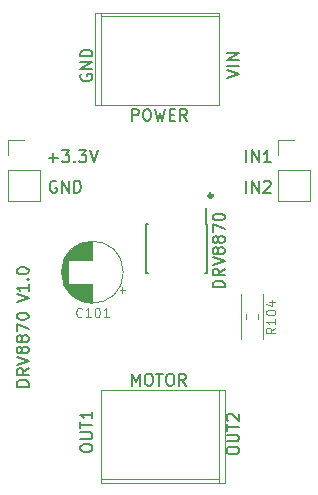
<source format=gbr>
%TF.GenerationSoftware,KiCad,Pcbnew,(7.0.0)*%
%TF.CreationDate,2023-05-21T11:31:51-07:00*%
%TF.ProjectId,DRV8870-breakout-board,44525638-3837-4302-9d62-7265616b6f75,rev?*%
%TF.SameCoordinates,Original*%
%TF.FileFunction,Legend,Top*%
%TF.FilePolarity,Positive*%
%FSLAX46Y46*%
G04 Gerber Fmt 4.6, Leading zero omitted, Abs format (unit mm)*
G04 Created by KiCad (PCBNEW (7.0.0)) date 2023-05-21 11:31:51*
%MOMM*%
%LPD*%
G01*
G04 APERTURE LIST*
%ADD10C,0.300000*%
%ADD11C,0.150000*%
%ADD12C,0.120000*%
%ADD13C,0.100000*%
G04 APERTURE END LIST*
D10*
X135050000Y-91300000D02*
G75*
G03*
X135050000Y-91300000I-150000J0D01*
G01*
D11*
X136082380Y-99061904D02*
X135082380Y-99061904D01*
X135082380Y-99061904D02*
X135082380Y-98823809D01*
X135082380Y-98823809D02*
X135130000Y-98680952D01*
X135130000Y-98680952D02*
X135225238Y-98585714D01*
X135225238Y-98585714D02*
X135320476Y-98538095D01*
X135320476Y-98538095D02*
X135510952Y-98490476D01*
X135510952Y-98490476D02*
X135653809Y-98490476D01*
X135653809Y-98490476D02*
X135844285Y-98538095D01*
X135844285Y-98538095D02*
X135939523Y-98585714D01*
X135939523Y-98585714D02*
X136034761Y-98680952D01*
X136034761Y-98680952D02*
X136082380Y-98823809D01*
X136082380Y-98823809D02*
X136082380Y-99061904D01*
X136082380Y-97490476D02*
X135606190Y-97823809D01*
X136082380Y-98061904D02*
X135082380Y-98061904D01*
X135082380Y-98061904D02*
X135082380Y-97680952D01*
X135082380Y-97680952D02*
X135130000Y-97585714D01*
X135130000Y-97585714D02*
X135177619Y-97538095D01*
X135177619Y-97538095D02*
X135272857Y-97490476D01*
X135272857Y-97490476D02*
X135415714Y-97490476D01*
X135415714Y-97490476D02*
X135510952Y-97538095D01*
X135510952Y-97538095D02*
X135558571Y-97585714D01*
X135558571Y-97585714D02*
X135606190Y-97680952D01*
X135606190Y-97680952D02*
X135606190Y-98061904D01*
X135082380Y-97204761D02*
X136082380Y-96871428D01*
X136082380Y-96871428D02*
X135082380Y-96538095D01*
X135510952Y-96061904D02*
X135463333Y-96157142D01*
X135463333Y-96157142D02*
X135415714Y-96204761D01*
X135415714Y-96204761D02*
X135320476Y-96252380D01*
X135320476Y-96252380D02*
X135272857Y-96252380D01*
X135272857Y-96252380D02*
X135177619Y-96204761D01*
X135177619Y-96204761D02*
X135130000Y-96157142D01*
X135130000Y-96157142D02*
X135082380Y-96061904D01*
X135082380Y-96061904D02*
X135082380Y-95871428D01*
X135082380Y-95871428D02*
X135130000Y-95776190D01*
X135130000Y-95776190D02*
X135177619Y-95728571D01*
X135177619Y-95728571D02*
X135272857Y-95680952D01*
X135272857Y-95680952D02*
X135320476Y-95680952D01*
X135320476Y-95680952D02*
X135415714Y-95728571D01*
X135415714Y-95728571D02*
X135463333Y-95776190D01*
X135463333Y-95776190D02*
X135510952Y-95871428D01*
X135510952Y-95871428D02*
X135510952Y-96061904D01*
X135510952Y-96061904D02*
X135558571Y-96157142D01*
X135558571Y-96157142D02*
X135606190Y-96204761D01*
X135606190Y-96204761D02*
X135701428Y-96252380D01*
X135701428Y-96252380D02*
X135891904Y-96252380D01*
X135891904Y-96252380D02*
X135987142Y-96204761D01*
X135987142Y-96204761D02*
X136034761Y-96157142D01*
X136034761Y-96157142D02*
X136082380Y-96061904D01*
X136082380Y-96061904D02*
X136082380Y-95871428D01*
X136082380Y-95871428D02*
X136034761Y-95776190D01*
X136034761Y-95776190D02*
X135987142Y-95728571D01*
X135987142Y-95728571D02*
X135891904Y-95680952D01*
X135891904Y-95680952D02*
X135701428Y-95680952D01*
X135701428Y-95680952D02*
X135606190Y-95728571D01*
X135606190Y-95728571D02*
X135558571Y-95776190D01*
X135558571Y-95776190D02*
X135510952Y-95871428D01*
X135510952Y-95109523D02*
X135463333Y-95204761D01*
X135463333Y-95204761D02*
X135415714Y-95252380D01*
X135415714Y-95252380D02*
X135320476Y-95299999D01*
X135320476Y-95299999D02*
X135272857Y-95299999D01*
X135272857Y-95299999D02*
X135177619Y-95252380D01*
X135177619Y-95252380D02*
X135130000Y-95204761D01*
X135130000Y-95204761D02*
X135082380Y-95109523D01*
X135082380Y-95109523D02*
X135082380Y-94919047D01*
X135082380Y-94919047D02*
X135130000Y-94823809D01*
X135130000Y-94823809D02*
X135177619Y-94776190D01*
X135177619Y-94776190D02*
X135272857Y-94728571D01*
X135272857Y-94728571D02*
X135320476Y-94728571D01*
X135320476Y-94728571D02*
X135415714Y-94776190D01*
X135415714Y-94776190D02*
X135463333Y-94823809D01*
X135463333Y-94823809D02*
X135510952Y-94919047D01*
X135510952Y-94919047D02*
X135510952Y-95109523D01*
X135510952Y-95109523D02*
X135558571Y-95204761D01*
X135558571Y-95204761D02*
X135606190Y-95252380D01*
X135606190Y-95252380D02*
X135701428Y-95299999D01*
X135701428Y-95299999D02*
X135891904Y-95299999D01*
X135891904Y-95299999D02*
X135987142Y-95252380D01*
X135987142Y-95252380D02*
X136034761Y-95204761D01*
X136034761Y-95204761D02*
X136082380Y-95109523D01*
X136082380Y-95109523D02*
X136082380Y-94919047D01*
X136082380Y-94919047D02*
X136034761Y-94823809D01*
X136034761Y-94823809D02*
X135987142Y-94776190D01*
X135987142Y-94776190D02*
X135891904Y-94728571D01*
X135891904Y-94728571D02*
X135701428Y-94728571D01*
X135701428Y-94728571D02*
X135606190Y-94776190D01*
X135606190Y-94776190D02*
X135558571Y-94823809D01*
X135558571Y-94823809D02*
X135510952Y-94919047D01*
X135082380Y-94395237D02*
X135082380Y-93728571D01*
X135082380Y-93728571D02*
X136082380Y-94157142D01*
X135082380Y-93157142D02*
X135082380Y-93061904D01*
X135082380Y-93061904D02*
X135130000Y-92966666D01*
X135130000Y-92966666D02*
X135177619Y-92919047D01*
X135177619Y-92919047D02*
X135272857Y-92871428D01*
X135272857Y-92871428D02*
X135463333Y-92823809D01*
X135463333Y-92823809D02*
X135701428Y-92823809D01*
X135701428Y-92823809D02*
X135891904Y-92871428D01*
X135891904Y-92871428D02*
X135987142Y-92919047D01*
X135987142Y-92919047D02*
X136034761Y-92966666D01*
X136034761Y-92966666D02*
X136082380Y-93061904D01*
X136082380Y-93061904D02*
X136082380Y-93157142D01*
X136082380Y-93157142D02*
X136034761Y-93252380D01*
X136034761Y-93252380D02*
X135987142Y-93299999D01*
X135987142Y-93299999D02*
X135891904Y-93347618D01*
X135891904Y-93347618D02*
X135701428Y-93395237D01*
X135701428Y-93395237D02*
X135463333Y-93395237D01*
X135463333Y-93395237D02*
X135272857Y-93347618D01*
X135272857Y-93347618D02*
X135177619Y-93299999D01*
X135177619Y-93299999D02*
X135130000Y-93252380D01*
X135130000Y-93252380D02*
X135082380Y-93157142D01*
X121831904Y-90090000D02*
X121736666Y-90042380D01*
X121736666Y-90042380D02*
X121593809Y-90042380D01*
X121593809Y-90042380D02*
X121450952Y-90090000D01*
X121450952Y-90090000D02*
X121355714Y-90185238D01*
X121355714Y-90185238D02*
X121308095Y-90280476D01*
X121308095Y-90280476D02*
X121260476Y-90470952D01*
X121260476Y-90470952D02*
X121260476Y-90613809D01*
X121260476Y-90613809D02*
X121308095Y-90804285D01*
X121308095Y-90804285D02*
X121355714Y-90899523D01*
X121355714Y-90899523D02*
X121450952Y-90994761D01*
X121450952Y-90994761D02*
X121593809Y-91042380D01*
X121593809Y-91042380D02*
X121689047Y-91042380D01*
X121689047Y-91042380D02*
X121831904Y-90994761D01*
X121831904Y-90994761D02*
X121879523Y-90947142D01*
X121879523Y-90947142D02*
X121879523Y-90613809D01*
X121879523Y-90613809D02*
X121689047Y-90613809D01*
X122308095Y-91042380D02*
X122308095Y-90042380D01*
X122308095Y-90042380D02*
X122879523Y-91042380D01*
X122879523Y-91042380D02*
X122879523Y-90042380D01*
X123355714Y-91042380D02*
X123355714Y-90042380D01*
X123355714Y-90042380D02*
X123593809Y-90042380D01*
X123593809Y-90042380D02*
X123736666Y-90090000D01*
X123736666Y-90090000D02*
X123831904Y-90185238D01*
X123831904Y-90185238D02*
X123879523Y-90280476D01*
X123879523Y-90280476D02*
X123927142Y-90470952D01*
X123927142Y-90470952D02*
X123927142Y-90613809D01*
X123927142Y-90613809D02*
X123879523Y-90804285D01*
X123879523Y-90804285D02*
X123831904Y-90899523D01*
X123831904Y-90899523D02*
X123736666Y-90994761D01*
X123736666Y-90994761D02*
X123593809Y-91042380D01*
X123593809Y-91042380D02*
X123355714Y-91042380D01*
X137938095Y-88462380D02*
X137938095Y-87462380D01*
X138414285Y-88462380D02*
X138414285Y-87462380D01*
X138414285Y-87462380D02*
X138985713Y-88462380D01*
X138985713Y-88462380D02*
X138985713Y-87462380D01*
X139985713Y-88462380D02*
X139414285Y-88462380D01*
X139699999Y-88462380D02*
X139699999Y-87462380D01*
X139699999Y-87462380D02*
X139604761Y-87605238D01*
X139604761Y-87605238D02*
X139509523Y-87700476D01*
X139509523Y-87700476D02*
X139414285Y-87748095D01*
X128238095Y-84982380D02*
X128238095Y-83982380D01*
X128238095Y-83982380D02*
X128619047Y-83982380D01*
X128619047Y-83982380D02*
X128714285Y-84030000D01*
X128714285Y-84030000D02*
X128761904Y-84077619D01*
X128761904Y-84077619D02*
X128809523Y-84172857D01*
X128809523Y-84172857D02*
X128809523Y-84315714D01*
X128809523Y-84315714D02*
X128761904Y-84410952D01*
X128761904Y-84410952D02*
X128714285Y-84458571D01*
X128714285Y-84458571D02*
X128619047Y-84506190D01*
X128619047Y-84506190D02*
X128238095Y-84506190D01*
X129428571Y-83982380D02*
X129619047Y-83982380D01*
X129619047Y-83982380D02*
X129714285Y-84030000D01*
X129714285Y-84030000D02*
X129809523Y-84125238D01*
X129809523Y-84125238D02*
X129857142Y-84315714D01*
X129857142Y-84315714D02*
X129857142Y-84649047D01*
X129857142Y-84649047D02*
X129809523Y-84839523D01*
X129809523Y-84839523D02*
X129714285Y-84934761D01*
X129714285Y-84934761D02*
X129619047Y-84982380D01*
X129619047Y-84982380D02*
X129428571Y-84982380D01*
X129428571Y-84982380D02*
X129333333Y-84934761D01*
X129333333Y-84934761D02*
X129238095Y-84839523D01*
X129238095Y-84839523D02*
X129190476Y-84649047D01*
X129190476Y-84649047D02*
X129190476Y-84315714D01*
X129190476Y-84315714D02*
X129238095Y-84125238D01*
X129238095Y-84125238D02*
X129333333Y-84030000D01*
X129333333Y-84030000D02*
X129428571Y-83982380D01*
X130190476Y-83982380D02*
X130428571Y-84982380D01*
X130428571Y-84982380D02*
X130619047Y-84268095D01*
X130619047Y-84268095D02*
X130809523Y-84982380D01*
X130809523Y-84982380D02*
X131047619Y-83982380D01*
X131428571Y-84458571D02*
X131761904Y-84458571D01*
X131904761Y-84982380D02*
X131428571Y-84982380D01*
X131428571Y-84982380D02*
X131428571Y-83982380D01*
X131428571Y-83982380D02*
X131904761Y-83982380D01*
X132904761Y-84982380D02*
X132571428Y-84506190D01*
X132333333Y-84982380D02*
X132333333Y-83982380D01*
X132333333Y-83982380D02*
X132714285Y-83982380D01*
X132714285Y-83982380D02*
X132809523Y-84030000D01*
X132809523Y-84030000D02*
X132857142Y-84077619D01*
X132857142Y-84077619D02*
X132904761Y-84172857D01*
X132904761Y-84172857D02*
X132904761Y-84315714D01*
X132904761Y-84315714D02*
X132857142Y-84410952D01*
X132857142Y-84410952D02*
X132809523Y-84458571D01*
X132809523Y-84458571D02*
X132714285Y-84506190D01*
X132714285Y-84506190D02*
X132333333Y-84506190D01*
X128238095Y-107382380D02*
X128238095Y-106382380D01*
X128238095Y-106382380D02*
X128571428Y-107096666D01*
X128571428Y-107096666D02*
X128904761Y-106382380D01*
X128904761Y-106382380D02*
X128904761Y-107382380D01*
X129571428Y-106382380D02*
X129761904Y-106382380D01*
X129761904Y-106382380D02*
X129857142Y-106430000D01*
X129857142Y-106430000D02*
X129952380Y-106525238D01*
X129952380Y-106525238D02*
X129999999Y-106715714D01*
X129999999Y-106715714D02*
X129999999Y-107049047D01*
X129999999Y-107049047D02*
X129952380Y-107239523D01*
X129952380Y-107239523D02*
X129857142Y-107334761D01*
X129857142Y-107334761D02*
X129761904Y-107382380D01*
X129761904Y-107382380D02*
X129571428Y-107382380D01*
X129571428Y-107382380D02*
X129476190Y-107334761D01*
X129476190Y-107334761D02*
X129380952Y-107239523D01*
X129380952Y-107239523D02*
X129333333Y-107049047D01*
X129333333Y-107049047D02*
X129333333Y-106715714D01*
X129333333Y-106715714D02*
X129380952Y-106525238D01*
X129380952Y-106525238D02*
X129476190Y-106430000D01*
X129476190Y-106430000D02*
X129571428Y-106382380D01*
X130285714Y-106382380D02*
X130857142Y-106382380D01*
X130571428Y-107382380D02*
X130571428Y-106382380D01*
X131380952Y-106382380D02*
X131571428Y-106382380D01*
X131571428Y-106382380D02*
X131666666Y-106430000D01*
X131666666Y-106430000D02*
X131761904Y-106525238D01*
X131761904Y-106525238D02*
X131809523Y-106715714D01*
X131809523Y-106715714D02*
X131809523Y-107049047D01*
X131809523Y-107049047D02*
X131761904Y-107239523D01*
X131761904Y-107239523D02*
X131666666Y-107334761D01*
X131666666Y-107334761D02*
X131571428Y-107382380D01*
X131571428Y-107382380D02*
X131380952Y-107382380D01*
X131380952Y-107382380D02*
X131285714Y-107334761D01*
X131285714Y-107334761D02*
X131190476Y-107239523D01*
X131190476Y-107239523D02*
X131142857Y-107049047D01*
X131142857Y-107049047D02*
X131142857Y-106715714D01*
X131142857Y-106715714D02*
X131190476Y-106525238D01*
X131190476Y-106525238D02*
X131285714Y-106430000D01*
X131285714Y-106430000D02*
X131380952Y-106382380D01*
X132809523Y-107382380D02*
X132476190Y-106906190D01*
X132238095Y-107382380D02*
X132238095Y-106382380D01*
X132238095Y-106382380D02*
X132619047Y-106382380D01*
X132619047Y-106382380D02*
X132714285Y-106430000D01*
X132714285Y-106430000D02*
X132761904Y-106477619D01*
X132761904Y-106477619D02*
X132809523Y-106572857D01*
X132809523Y-106572857D02*
X132809523Y-106715714D01*
X132809523Y-106715714D02*
X132761904Y-106810952D01*
X132761904Y-106810952D02*
X132714285Y-106858571D01*
X132714285Y-106858571D02*
X132619047Y-106906190D01*
X132619047Y-106906190D02*
X132238095Y-106906190D01*
X119482380Y-107461904D02*
X118482380Y-107461904D01*
X118482380Y-107461904D02*
X118482380Y-107223809D01*
X118482380Y-107223809D02*
X118530000Y-107080952D01*
X118530000Y-107080952D02*
X118625238Y-106985714D01*
X118625238Y-106985714D02*
X118720476Y-106938095D01*
X118720476Y-106938095D02*
X118910952Y-106890476D01*
X118910952Y-106890476D02*
X119053809Y-106890476D01*
X119053809Y-106890476D02*
X119244285Y-106938095D01*
X119244285Y-106938095D02*
X119339523Y-106985714D01*
X119339523Y-106985714D02*
X119434761Y-107080952D01*
X119434761Y-107080952D02*
X119482380Y-107223809D01*
X119482380Y-107223809D02*
X119482380Y-107461904D01*
X119482380Y-105890476D02*
X119006190Y-106223809D01*
X119482380Y-106461904D02*
X118482380Y-106461904D01*
X118482380Y-106461904D02*
X118482380Y-106080952D01*
X118482380Y-106080952D02*
X118530000Y-105985714D01*
X118530000Y-105985714D02*
X118577619Y-105938095D01*
X118577619Y-105938095D02*
X118672857Y-105890476D01*
X118672857Y-105890476D02*
X118815714Y-105890476D01*
X118815714Y-105890476D02*
X118910952Y-105938095D01*
X118910952Y-105938095D02*
X118958571Y-105985714D01*
X118958571Y-105985714D02*
X119006190Y-106080952D01*
X119006190Y-106080952D02*
X119006190Y-106461904D01*
X118482380Y-105604761D02*
X119482380Y-105271428D01*
X119482380Y-105271428D02*
X118482380Y-104938095D01*
X118910952Y-104461904D02*
X118863333Y-104557142D01*
X118863333Y-104557142D02*
X118815714Y-104604761D01*
X118815714Y-104604761D02*
X118720476Y-104652380D01*
X118720476Y-104652380D02*
X118672857Y-104652380D01*
X118672857Y-104652380D02*
X118577619Y-104604761D01*
X118577619Y-104604761D02*
X118530000Y-104557142D01*
X118530000Y-104557142D02*
X118482380Y-104461904D01*
X118482380Y-104461904D02*
X118482380Y-104271428D01*
X118482380Y-104271428D02*
X118530000Y-104176190D01*
X118530000Y-104176190D02*
X118577619Y-104128571D01*
X118577619Y-104128571D02*
X118672857Y-104080952D01*
X118672857Y-104080952D02*
X118720476Y-104080952D01*
X118720476Y-104080952D02*
X118815714Y-104128571D01*
X118815714Y-104128571D02*
X118863333Y-104176190D01*
X118863333Y-104176190D02*
X118910952Y-104271428D01*
X118910952Y-104271428D02*
X118910952Y-104461904D01*
X118910952Y-104461904D02*
X118958571Y-104557142D01*
X118958571Y-104557142D02*
X119006190Y-104604761D01*
X119006190Y-104604761D02*
X119101428Y-104652380D01*
X119101428Y-104652380D02*
X119291904Y-104652380D01*
X119291904Y-104652380D02*
X119387142Y-104604761D01*
X119387142Y-104604761D02*
X119434761Y-104557142D01*
X119434761Y-104557142D02*
X119482380Y-104461904D01*
X119482380Y-104461904D02*
X119482380Y-104271428D01*
X119482380Y-104271428D02*
X119434761Y-104176190D01*
X119434761Y-104176190D02*
X119387142Y-104128571D01*
X119387142Y-104128571D02*
X119291904Y-104080952D01*
X119291904Y-104080952D02*
X119101428Y-104080952D01*
X119101428Y-104080952D02*
X119006190Y-104128571D01*
X119006190Y-104128571D02*
X118958571Y-104176190D01*
X118958571Y-104176190D02*
X118910952Y-104271428D01*
X118910952Y-103509523D02*
X118863333Y-103604761D01*
X118863333Y-103604761D02*
X118815714Y-103652380D01*
X118815714Y-103652380D02*
X118720476Y-103699999D01*
X118720476Y-103699999D02*
X118672857Y-103699999D01*
X118672857Y-103699999D02*
X118577619Y-103652380D01*
X118577619Y-103652380D02*
X118530000Y-103604761D01*
X118530000Y-103604761D02*
X118482380Y-103509523D01*
X118482380Y-103509523D02*
X118482380Y-103319047D01*
X118482380Y-103319047D02*
X118530000Y-103223809D01*
X118530000Y-103223809D02*
X118577619Y-103176190D01*
X118577619Y-103176190D02*
X118672857Y-103128571D01*
X118672857Y-103128571D02*
X118720476Y-103128571D01*
X118720476Y-103128571D02*
X118815714Y-103176190D01*
X118815714Y-103176190D02*
X118863333Y-103223809D01*
X118863333Y-103223809D02*
X118910952Y-103319047D01*
X118910952Y-103319047D02*
X118910952Y-103509523D01*
X118910952Y-103509523D02*
X118958571Y-103604761D01*
X118958571Y-103604761D02*
X119006190Y-103652380D01*
X119006190Y-103652380D02*
X119101428Y-103699999D01*
X119101428Y-103699999D02*
X119291904Y-103699999D01*
X119291904Y-103699999D02*
X119387142Y-103652380D01*
X119387142Y-103652380D02*
X119434761Y-103604761D01*
X119434761Y-103604761D02*
X119482380Y-103509523D01*
X119482380Y-103509523D02*
X119482380Y-103319047D01*
X119482380Y-103319047D02*
X119434761Y-103223809D01*
X119434761Y-103223809D02*
X119387142Y-103176190D01*
X119387142Y-103176190D02*
X119291904Y-103128571D01*
X119291904Y-103128571D02*
X119101428Y-103128571D01*
X119101428Y-103128571D02*
X119006190Y-103176190D01*
X119006190Y-103176190D02*
X118958571Y-103223809D01*
X118958571Y-103223809D02*
X118910952Y-103319047D01*
X118482380Y-102795237D02*
X118482380Y-102128571D01*
X118482380Y-102128571D02*
X119482380Y-102557142D01*
X118482380Y-101557142D02*
X118482380Y-101461904D01*
X118482380Y-101461904D02*
X118530000Y-101366666D01*
X118530000Y-101366666D02*
X118577619Y-101319047D01*
X118577619Y-101319047D02*
X118672857Y-101271428D01*
X118672857Y-101271428D02*
X118863333Y-101223809D01*
X118863333Y-101223809D02*
X119101428Y-101223809D01*
X119101428Y-101223809D02*
X119291904Y-101271428D01*
X119291904Y-101271428D02*
X119387142Y-101319047D01*
X119387142Y-101319047D02*
X119434761Y-101366666D01*
X119434761Y-101366666D02*
X119482380Y-101461904D01*
X119482380Y-101461904D02*
X119482380Y-101557142D01*
X119482380Y-101557142D02*
X119434761Y-101652380D01*
X119434761Y-101652380D02*
X119387142Y-101699999D01*
X119387142Y-101699999D02*
X119291904Y-101747618D01*
X119291904Y-101747618D02*
X119101428Y-101795237D01*
X119101428Y-101795237D02*
X118863333Y-101795237D01*
X118863333Y-101795237D02*
X118672857Y-101747618D01*
X118672857Y-101747618D02*
X118577619Y-101699999D01*
X118577619Y-101699999D02*
X118530000Y-101652380D01*
X118530000Y-101652380D02*
X118482380Y-101557142D01*
X118482380Y-100338094D02*
X119482380Y-100004761D01*
X119482380Y-100004761D02*
X118482380Y-99671428D01*
X119482380Y-98814285D02*
X119482380Y-99385713D01*
X119482380Y-99099999D02*
X118482380Y-99099999D01*
X118482380Y-99099999D02*
X118625238Y-99195237D01*
X118625238Y-99195237D02*
X118720476Y-99290475D01*
X118720476Y-99290475D02*
X118768095Y-99385713D01*
X119387142Y-98385713D02*
X119434761Y-98338094D01*
X119434761Y-98338094D02*
X119482380Y-98385713D01*
X119482380Y-98385713D02*
X119434761Y-98433332D01*
X119434761Y-98433332D02*
X119387142Y-98385713D01*
X119387142Y-98385713D02*
X119482380Y-98385713D01*
X118482380Y-97719047D02*
X118482380Y-97623809D01*
X118482380Y-97623809D02*
X118530000Y-97528571D01*
X118530000Y-97528571D02*
X118577619Y-97480952D01*
X118577619Y-97480952D02*
X118672857Y-97433333D01*
X118672857Y-97433333D02*
X118863333Y-97385714D01*
X118863333Y-97385714D02*
X119101428Y-97385714D01*
X119101428Y-97385714D02*
X119291904Y-97433333D01*
X119291904Y-97433333D02*
X119387142Y-97480952D01*
X119387142Y-97480952D02*
X119434761Y-97528571D01*
X119434761Y-97528571D02*
X119482380Y-97623809D01*
X119482380Y-97623809D02*
X119482380Y-97719047D01*
X119482380Y-97719047D02*
X119434761Y-97814285D01*
X119434761Y-97814285D02*
X119387142Y-97861904D01*
X119387142Y-97861904D02*
X119291904Y-97909523D01*
X119291904Y-97909523D02*
X119101428Y-97957142D01*
X119101428Y-97957142D02*
X118863333Y-97957142D01*
X118863333Y-97957142D02*
X118672857Y-97909523D01*
X118672857Y-97909523D02*
X118577619Y-97861904D01*
X118577619Y-97861904D02*
X118530000Y-97814285D01*
X118530000Y-97814285D02*
X118482380Y-97719047D01*
X137938095Y-91042380D02*
X137938095Y-90042380D01*
X138414285Y-91042380D02*
X138414285Y-90042380D01*
X138414285Y-90042380D02*
X138985713Y-91042380D01*
X138985713Y-91042380D02*
X138985713Y-90042380D01*
X139414285Y-90137619D02*
X139461904Y-90090000D01*
X139461904Y-90090000D02*
X139557142Y-90042380D01*
X139557142Y-90042380D02*
X139795237Y-90042380D01*
X139795237Y-90042380D02*
X139890475Y-90090000D01*
X139890475Y-90090000D02*
X139938094Y-90137619D01*
X139938094Y-90137619D02*
X139985713Y-90232857D01*
X139985713Y-90232857D02*
X139985713Y-90328095D01*
X139985713Y-90328095D02*
X139938094Y-90470952D01*
X139938094Y-90470952D02*
X139366666Y-91042380D01*
X139366666Y-91042380D02*
X139985713Y-91042380D01*
X123930000Y-81038095D02*
X123882380Y-81133333D01*
X123882380Y-81133333D02*
X123882380Y-81276190D01*
X123882380Y-81276190D02*
X123930000Y-81419047D01*
X123930000Y-81419047D02*
X124025238Y-81514285D01*
X124025238Y-81514285D02*
X124120476Y-81561904D01*
X124120476Y-81561904D02*
X124310952Y-81609523D01*
X124310952Y-81609523D02*
X124453809Y-81609523D01*
X124453809Y-81609523D02*
X124644285Y-81561904D01*
X124644285Y-81561904D02*
X124739523Y-81514285D01*
X124739523Y-81514285D02*
X124834761Y-81419047D01*
X124834761Y-81419047D02*
X124882380Y-81276190D01*
X124882380Y-81276190D02*
X124882380Y-81180952D01*
X124882380Y-81180952D02*
X124834761Y-81038095D01*
X124834761Y-81038095D02*
X124787142Y-80990476D01*
X124787142Y-80990476D02*
X124453809Y-80990476D01*
X124453809Y-80990476D02*
X124453809Y-81180952D01*
X124882380Y-80561904D02*
X123882380Y-80561904D01*
X123882380Y-80561904D02*
X124882380Y-79990476D01*
X124882380Y-79990476D02*
X123882380Y-79990476D01*
X124882380Y-79514285D02*
X123882380Y-79514285D01*
X123882380Y-79514285D02*
X123882380Y-79276190D01*
X123882380Y-79276190D02*
X123930000Y-79133333D01*
X123930000Y-79133333D02*
X124025238Y-79038095D01*
X124025238Y-79038095D02*
X124120476Y-78990476D01*
X124120476Y-78990476D02*
X124310952Y-78942857D01*
X124310952Y-78942857D02*
X124453809Y-78942857D01*
X124453809Y-78942857D02*
X124644285Y-78990476D01*
X124644285Y-78990476D02*
X124739523Y-79038095D01*
X124739523Y-79038095D02*
X124834761Y-79133333D01*
X124834761Y-79133333D02*
X124882380Y-79276190D01*
X124882380Y-79276190D02*
X124882380Y-79514285D01*
X136282380Y-112971428D02*
X136282380Y-112780952D01*
X136282380Y-112780952D02*
X136330000Y-112685714D01*
X136330000Y-112685714D02*
X136425238Y-112590476D01*
X136425238Y-112590476D02*
X136615714Y-112542857D01*
X136615714Y-112542857D02*
X136949047Y-112542857D01*
X136949047Y-112542857D02*
X137139523Y-112590476D01*
X137139523Y-112590476D02*
X137234761Y-112685714D01*
X137234761Y-112685714D02*
X137282380Y-112780952D01*
X137282380Y-112780952D02*
X137282380Y-112971428D01*
X137282380Y-112971428D02*
X137234761Y-113066666D01*
X137234761Y-113066666D02*
X137139523Y-113161904D01*
X137139523Y-113161904D02*
X136949047Y-113209523D01*
X136949047Y-113209523D02*
X136615714Y-113209523D01*
X136615714Y-113209523D02*
X136425238Y-113161904D01*
X136425238Y-113161904D02*
X136330000Y-113066666D01*
X136330000Y-113066666D02*
X136282380Y-112971428D01*
X136282380Y-112114285D02*
X137091904Y-112114285D01*
X137091904Y-112114285D02*
X137187142Y-112066666D01*
X137187142Y-112066666D02*
X137234761Y-112019047D01*
X137234761Y-112019047D02*
X137282380Y-111923809D01*
X137282380Y-111923809D02*
X137282380Y-111733333D01*
X137282380Y-111733333D02*
X137234761Y-111638095D01*
X137234761Y-111638095D02*
X137187142Y-111590476D01*
X137187142Y-111590476D02*
X137091904Y-111542857D01*
X137091904Y-111542857D02*
X136282380Y-111542857D01*
X136282380Y-111209523D02*
X136282380Y-110638095D01*
X137282380Y-110923809D02*
X136282380Y-110923809D01*
X136377619Y-110352380D02*
X136330000Y-110304761D01*
X136330000Y-110304761D02*
X136282380Y-110209523D01*
X136282380Y-110209523D02*
X136282380Y-109971428D01*
X136282380Y-109971428D02*
X136330000Y-109876190D01*
X136330000Y-109876190D02*
X136377619Y-109828571D01*
X136377619Y-109828571D02*
X136472857Y-109780952D01*
X136472857Y-109780952D02*
X136568095Y-109780952D01*
X136568095Y-109780952D02*
X136710952Y-109828571D01*
X136710952Y-109828571D02*
X137282380Y-110399999D01*
X137282380Y-110399999D02*
X137282380Y-109780952D01*
X121188095Y-88081428D02*
X121950000Y-88081428D01*
X121569047Y-88462380D02*
X121569047Y-87700476D01*
X122330952Y-87462380D02*
X122949999Y-87462380D01*
X122949999Y-87462380D02*
X122616666Y-87843333D01*
X122616666Y-87843333D02*
X122759523Y-87843333D01*
X122759523Y-87843333D02*
X122854761Y-87890952D01*
X122854761Y-87890952D02*
X122902380Y-87938571D01*
X122902380Y-87938571D02*
X122949999Y-88033809D01*
X122949999Y-88033809D02*
X122949999Y-88271904D01*
X122949999Y-88271904D02*
X122902380Y-88367142D01*
X122902380Y-88367142D02*
X122854761Y-88414761D01*
X122854761Y-88414761D02*
X122759523Y-88462380D01*
X122759523Y-88462380D02*
X122473809Y-88462380D01*
X122473809Y-88462380D02*
X122378571Y-88414761D01*
X122378571Y-88414761D02*
X122330952Y-88367142D01*
X123378571Y-88367142D02*
X123426190Y-88414761D01*
X123426190Y-88414761D02*
X123378571Y-88462380D01*
X123378571Y-88462380D02*
X123330952Y-88414761D01*
X123330952Y-88414761D02*
X123378571Y-88367142D01*
X123378571Y-88367142D02*
X123378571Y-88462380D01*
X123759523Y-87462380D02*
X124378570Y-87462380D01*
X124378570Y-87462380D02*
X124045237Y-87843333D01*
X124045237Y-87843333D02*
X124188094Y-87843333D01*
X124188094Y-87843333D02*
X124283332Y-87890952D01*
X124283332Y-87890952D02*
X124330951Y-87938571D01*
X124330951Y-87938571D02*
X124378570Y-88033809D01*
X124378570Y-88033809D02*
X124378570Y-88271904D01*
X124378570Y-88271904D02*
X124330951Y-88367142D01*
X124330951Y-88367142D02*
X124283332Y-88414761D01*
X124283332Y-88414761D02*
X124188094Y-88462380D01*
X124188094Y-88462380D02*
X123902380Y-88462380D01*
X123902380Y-88462380D02*
X123807142Y-88414761D01*
X123807142Y-88414761D02*
X123759523Y-88367142D01*
X124664285Y-87462380D02*
X124997618Y-88462380D01*
X124997618Y-88462380D02*
X125330951Y-87462380D01*
X136282380Y-81304761D02*
X137282380Y-80971428D01*
X137282380Y-80971428D02*
X136282380Y-80638095D01*
X137282380Y-80304761D02*
X136282380Y-80304761D01*
X137282380Y-79828571D02*
X136282380Y-79828571D01*
X136282380Y-79828571D02*
X137282380Y-79257143D01*
X137282380Y-79257143D02*
X136282380Y-79257143D01*
X123882380Y-112771428D02*
X123882380Y-112580952D01*
X123882380Y-112580952D02*
X123930000Y-112485714D01*
X123930000Y-112485714D02*
X124025238Y-112390476D01*
X124025238Y-112390476D02*
X124215714Y-112342857D01*
X124215714Y-112342857D02*
X124549047Y-112342857D01*
X124549047Y-112342857D02*
X124739523Y-112390476D01*
X124739523Y-112390476D02*
X124834761Y-112485714D01*
X124834761Y-112485714D02*
X124882380Y-112580952D01*
X124882380Y-112580952D02*
X124882380Y-112771428D01*
X124882380Y-112771428D02*
X124834761Y-112866666D01*
X124834761Y-112866666D02*
X124739523Y-112961904D01*
X124739523Y-112961904D02*
X124549047Y-113009523D01*
X124549047Y-113009523D02*
X124215714Y-113009523D01*
X124215714Y-113009523D02*
X124025238Y-112961904D01*
X124025238Y-112961904D02*
X123930000Y-112866666D01*
X123930000Y-112866666D02*
X123882380Y-112771428D01*
X123882380Y-111914285D02*
X124691904Y-111914285D01*
X124691904Y-111914285D02*
X124787142Y-111866666D01*
X124787142Y-111866666D02*
X124834761Y-111819047D01*
X124834761Y-111819047D02*
X124882380Y-111723809D01*
X124882380Y-111723809D02*
X124882380Y-111533333D01*
X124882380Y-111533333D02*
X124834761Y-111438095D01*
X124834761Y-111438095D02*
X124787142Y-111390476D01*
X124787142Y-111390476D02*
X124691904Y-111342857D01*
X124691904Y-111342857D02*
X123882380Y-111342857D01*
X123882380Y-111009523D02*
X123882380Y-110438095D01*
X124882380Y-110723809D02*
X123882380Y-110723809D01*
X124882380Y-109580952D02*
X124882380Y-110152380D01*
X124882380Y-109866666D02*
X123882380Y-109866666D01*
X123882380Y-109866666D02*
X124025238Y-109961904D01*
X124025238Y-109961904D02*
X124120476Y-110057142D01*
X124120476Y-110057142D02*
X124168095Y-110152380D01*
D12*
%TO.C,C101*%
X124004762Y-101517714D02*
X123966666Y-101555809D01*
X123966666Y-101555809D02*
X123852381Y-101593904D01*
X123852381Y-101593904D02*
X123776190Y-101593904D01*
X123776190Y-101593904D02*
X123661904Y-101555809D01*
X123661904Y-101555809D02*
X123585714Y-101479619D01*
X123585714Y-101479619D02*
X123547619Y-101403428D01*
X123547619Y-101403428D02*
X123509523Y-101251047D01*
X123509523Y-101251047D02*
X123509523Y-101136761D01*
X123509523Y-101136761D02*
X123547619Y-100984380D01*
X123547619Y-100984380D02*
X123585714Y-100908190D01*
X123585714Y-100908190D02*
X123661904Y-100832000D01*
X123661904Y-100832000D02*
X123776190Y-100793904D01*
X123776190Y-100793904D02*
X123852381Y-100793904D01*
X123852381Y-100793904D02*
X123966666Y-100832000D01*
X123966666Y-100832000D02*
X124004762Y-100870095D01*
X124766666Y-101593904D02*
X124309523Y-101593904D01*
X124538095Y-101593904D02*
X124538095Y-100793904D01*
X124538095Y-100793904D02*
X124461904Y-100908190D01*
X124461904Y-100908190D02*
X124385714Y-100984380D01*
X124385714Y-100984380D02*
X124309523Y-101022476D01*
X125261905Y-100793904D02*
X125338095Y-100793904D01*
X125338095Y-100793904D02*
X125414286Y-100832000D01*
X125414286Y-100832000D02*
X125452381Y-100870095D01*
X125452381Y-100870095D02*
X125490476Y-100946285D01*
X125490476Y-100946285D02*
X125528571Y-101098666D01*
X125528571Y-101098666D02*
X125528571Y-101289142D01*
X125528571Y-101289142D02*
X125490476Y-101441523D01*
X125490476Y-101441523D02*
X125452381Y-101517714D01*
X125452381Y-101517714D02*
X125414286Y-101555809D01*
X125414286Y-101555809D02*
X125338095Y-101593904D01*
X125338095Y-101593904D02*
X125261905Y-101593904D01*
X125261905Y-101593904D02*
X125185714Y-101555809D01*
X125185714Y-101555809D02*
X125147619Y-101517714D01*
X125147619Y-101517714D02*
X125109524Y-101441523D01*
X125109524Y-101441523D02*
X125071428Y-101289142D01*
X125071428Y-101289142D02*
X125071428Y-101098666D01*
X125071428Y-101098666D02*
X125109524Y-100946285D01*
X125109524Y-100946285D02*
X125147619Y-100870095D01*
X125147619Y-100870095D02*
X125185714Y-100832000D01*
X125185714Y-100832000D02*
X125261905Y-100793904D01*
X126290476Y-101593904D02*
X125833333Y-101593904D01*
X126061905Y-101593904D02*
X126061905Y-100793904D01*
X126061905Y-100793904D02*
X125985714Y-100908190D01*
X125985714Y-100908190D02*
X125909524Y-100984380D01*
X125909524Y-100984380D02*
X125833333Y-101022476D01*
%TO.C,R104*%
X140393904Y-102495237D02*
X140012952Y-102761904D01*
X140393904Y-102952380D02*
X139593904Y-102952380D01*
X139593904Y-102952380D02*
X139593904Y-102647618D01*
X139593904Y-102647618D02*
X139632000Y-102571428D01*
X139632000Y-102571428D02*
X139670095Y-102533333D01*
X139670095Y-102533333D02*
X139746285Y-102495237D01*
X139746285Y-102495237D02*
X139860571Y-102495237D01*
X139860571Y-102495237D02*
X139936761Y-102533333D01*
X139936761Y-102533333D02*
X139974857Y-102571428D01*
X139974857Y-102571428D02*
X140012952Y-102647618D01*
X140012952Y-102647618D02*
X140012952Y-102952380D01*
X140393904Y-101733333D02*
X140393904Y-102190476D01*
X140393904Y-101961904D02*
X139593904Y-101961904D01*
X139593904Y-101961904D02*
X139708190Y-102038095D01*
X139708190Y-102038095D02*
X139784380Y-102114285D01*
X139784380Y-102114285D02*
X139822476Y-102190476D01*
X139593904Y-101238094D02*
X139593904Y-101161904D01*
X139593904Y-101161904D02*
X139632000Y-101085713D01*
X139632000Y-101085713D02*
X139670095Y-101047618D01*
X139670095Y-101047618D02*
X139746285Y-101009523D01*
X139746285Y-101009523D02*
X139898666Y-100971428D01*
X139898666Y-100971428D02*
X140089142Y-100971428D01*
X140089142Y-100971428D02*
X140241523Y-101009523D01*
X140241523Y-101009523D02*
X140317714Y-101047618D01*
X140317714Y-101047618D02*
X140355809Y-101085713D01*
X140355809Y-101085713D02*
X140393904Y-101161904D01*
X140393904Y-101161904D02*
X140393904Y-101238094D01*
X140393904Y-101238094D02*
X140355809Y-101314285D01*
X140355809Y-101314285D02*
X140317714Y-101352380D01*
X140317714Y-101352380D02*
X140241523Y-101390475D01*
X140241523Y-101390475D02*
X140089142Y-101428571D01*
X140089142Y-101428571D02*
X139898666Y-101428571D01*
X139898666Y-101428571D02*
X139746285Y-101390475D01*
X139746285Y-101390475D02*
X139670095Y-101352380D01*
X139670095Y-101352380D02*
X139632000Y-101314285D01*
X139632000Y-101314285D02*
X139593904Y-101238094D01*
X139860571Y-100285713D02*
X140393904Y-100285713D01*
X139555809Y-100476189D02*
X140127238Y-100666666D01*
X140127238Y-100666666D02*
X140127238Y-100171427D01*
D13*
%TO.C,J103*%
X125100000Y-83600000D02*
X125100000Y-75800000D01*
X125600000Y-75800000D02*
X125100000Y-75800000D01*
X125600000Y-75800000D02*
X125600000Y-83600000D01*
X125600000Y-75800000D02*
X135600000Y-75800000D01*
X125600000Y-83600000D02*
X125100000Y-83600000D01*
X125600000Y-83600000D02*
X135600000Y-83600000D01*
X135600000Y-76100000D02*
X125600000Y-76100000D01*
X135600000Y-83600000D02*
X135600000Y-75800000D01*
D12*
%TO.C,C101*%
X127689888Y-99255000D02*
X127189888Y-99255000D01*
X127439888Y-99505000D02*
X127439888Y-99005000D01*
X124885113Y-100360000D02*
X124885113Y-98820000D01*
X124885113Y-96740000D02*
X124885113Y-95200000D01*
X124845113Y-100360000D02*
X124845113Y-98820000D01*
X124845113Y-96740000D02*
X124845113Y-95200000D01*
X124805113Y-100359000D02*
X124805113Y-98820000D01*
X124805113Y-96740000D02*
X124805113Y-95201000D01*
X124765113Y-100358000D02*
X124765113Y-98820000D01*
X124765113Y-96740000D02*
X124765113Y-95202000D01*
X124725113Y-100356000D02*
X124725113Y-98820000D01*
X124725113Y-96740000D02*
X124725113Y-95204000D01*
X124685113Y-100353000D02*
X124685113Y-98820000D01*
X124685113Y-96740000D02*
X124685113Y-95207000D01*
X124645113Y-100349000D02*
X124645113Y-98820000D01*
X124645113Y-96740000D02*
X124645113Y-95211000D01*
X124605113Y-100345000D02*
X124605113Y-98820000D01*
X124605113Y-96740000D02*
X124605113Y-95215000D01*
X124565113Y-100341000D02*
X124565113Y-98820000D01*
X124565113Y-96740000D02*
X124565113Y-95219000D01*
X124525113Y-100336000D02*
X124525113Y-98820000D01*
X124525113Y-96740000D02*
X124525113Y-95224000D01*
X124485113Y-100330000D02*
X124485113Y-98820000D01*
X124485113Y-96740000D02*
X124485113Y-95230000D01*
X124445113Y-100323000D02*
X124445113Y-98820000D01*
X124445113Y-96740000D02*
X124445113Y-95237000D01*
X124405113Y-100316000D02*
X124405113Y-98820000D01*
X124405113Y-96740000D02*
X124405113Y-95244000D01*
X124365113Y-100308000D02*
X124365113Y-98820000D01*
X124365113Y-96740000D02*
X124365113Y-95252000D01*
X124325113Y-100300000D02*
X124325113Y-98820000D01*
X124325113Y-96740000D02*
X124325113Y-95260000D01*
X124285113Y-100291000D02*
X124285113Y-98820000D01*
X124285113Y-96740000D02*
X124285113Y-95269000D01*
X124245113Y-100281000D02*
X124245113Y-98820000D01*
X124245113Y-96740000D02*
X124245113Y-95279000D01*
X124205113Y-100271000D02*
X124205113Y-98820000D01*
X124205113Y-96740000D02*
X124205113Y-95289000D01*
X124164113Y-100260000D02*
X124164113Y-98820000D01*
X124164113Y-96740000D02*
X124164113Y-95300000D01*
X124124113Y-100248000D02*
X124124113Y-98820000D01*
X124124113Y-96740000D02*
X124124113Y-95312000D01*
X124084113Y-100235000D02*
X124084113Y-98820000D01*
X124084113Y-96740000D02*
X124084113Y-95325000D01*
X124044113Y-100222000D02*
X124044113Y-98820000D01*
X124044113Y-96740000D02*
X124044113Y-95338000D01*
X124004113Y-100208000D02*
X124004113Y-98820000D01*
X124004113Y-96740000D02*
X124004113Y-95352000D01*
X123964113Y-100194000D02*
X123964113Y-98820000D01*
X123964113Y-96740000D02*
X123964113Y-95366000D01*
X123924113Y-100178000D02*
X123924113Y-98820000D01*
X123924113Y-96740000D02*
X123924113Y-95382000D01*
X123884113Y-100162000D02*
X123884113Y-98820000D01*
X123884113Y-96740000D02*
X123884113Y-95398000D01*
X123844113Y-100145000D02*
X123844113Y-98820000D01*
X123844113Y-96740000D02*
X123844113Y-95415000D01*
X123804113Y-100128000D02*
X123804113Y-98820000D01*
X123804113Y-96740000D02*
X123804113Y-95432000D01*
X123764113Y-100109000D02*
X123764113Y-98820000D01*
X123764113Y-96740000D02*
X123764113Y-95451000D01*
X123724113Y-100090000D02*
X123724113Y-98820000D01*
X123724113Y-96740000D02*
X123724113Y-95470000D01*
X123684113Y-100070000D02*
X123684113Y-98820000D01*
X123684113Y-96740000D02*
X123684113Y-95490000D01*
X123644113Y-100048000D02*
X123644113Y-98820000D01*
X123644113Y-96740000D02*
X123644113Y-95512000D01*
X123604113Y-100027000D02*
X123604113Y-98820000D01*
X123604113Y-96740000D02*
X123604113Y-95533000D01*
X123564113Y-100004000D02*
X123564113Y-98820000D01*
X123564113Y-96740000D02*
X123564113Y-95556000D01*
X123524113Y-99980000D02*
X123524113Y-98820000D01*
X123524113Y-96740000D02*
X123524113Y-95580000D01*
X123484113Y-99955000D02*
X123484113Y-98820000D01*
X123484113Y-96740000D02*
X123484113Y-95605000D01*
X123444113Y-99929000D02*
X123444113Y-98820000D01*
X123444113Y-96740000D02*
X123444113Y-95631000D01*
X123404113Y-99902000D02*
X123404113Y-98820000D01*
X123404113Y-96740000D02*
X123404113Y-95658000D01*
X123364113Y-99875000D02*
X123364113Y-98820000D01*
X123364113Y-96740000D02*
X123364113Y-95685000D01*
X123324113Y-99845000D02*
X123324113Y-98820000D01*
X123324113Y-96740000D02*
X123324113Y-95715000D01*
X123284113Y-99815000D02*
X123284113Y-98820000D01*
X123284113Y-96740000D02*
X123284113Y-95745000D01*
X123244113Y-99784000D02*
X123244113Y-98820000D01*
X123244113Y-96740000D02*
X123244113Y-95776000D01*
X123204113Y-99751000D02*
X123204113Y-98820000D01*
X123204113Y-96740000D02*
X123204113Y-95809000D01*
X123164113Y-99717000D02*
X123164113Y-98820000D01*
X123164113Y-96740000D02*
X123164113Y-95843000D01*
X123124113Y-99681000D02*
X123124113Y-98820000D01*
X123124113Y-96740000D02*
X123124113Y-95879000D01*
X123084113Y-99644000D02*
X123084113Y-98820000D01*
X123084113Y-96740000D02*
X123084113Y-95916000D01*
X123044113Y-99606000D02*
X123044113Y-98820000D01*
X123044113Y-96740000D02*
X123044113Y-95954000D01*
X123004113Y-99565000D02*
X123004113Y-98820000D01*
X123004113Y-96740000D02*
X123004113Y-95995000D01*
X122964113Y-99523000D02*
X122964113Y-98820000D01*
X122964113Y-96740000D02*
X122964113Y-96037000D01*
X122924113Y-99479000D02*
X122924113Y-98820000D01*
X122924113Y-96740000D02*
X122924113Y-96081000D01*
X122884113Y-99433000D02*
X122884113Y-98820000D01*
X122884113Y-96740000D02*
X122884113Y-96127000D01*
X122844113Y-99385000D02*
X122844113Y-96175000D01*
X122804113Y-99334000D02*
X122804113Y-96226000D01*
X122764113Y-99280000D02*
X122764113Y-96280000D01*
X122724113Y-99223000D02*
X122724113Y-96337000D01*
X122684113Y-99163000D02*
X122684113Y-96397000D01*
X122644113Y-99099000D02*
X122644113Y-96461000D01*
X122604113Y-99031000D02*
X122604113Y-96529000D01*
X122564113Y-98958000D02*
X122564113Y-96602000D01*
X122524113Y-98878000D02*
X122524113Y-96682000D01*
X122484113Y-98791000D02*
X122484113Y-96769000D01*
X122444113Y-98695000D02*
X122444113Y-96865000D01*
X122404113Y-98585000D02*
X122404113Y-96975000D01*
X122364113Y-98457000D02*
X122364113Y-97103000D01*
X122324113Y-98298000D02*
X122324113Y-97262000D01*
X122284113Y-98064000D02*
X122284113Y-97496000D01*
X127505113Y-97780000D02*
G75*
G03*
X127505113Y-97780000I-2620000J0D01*
G01*
%TO.C,J104*%
X117770000Y-86570000D02*
X119100000Y-86570000D01*
X117770000Y-87900000D02*
X117770000Y-86570000D01*
X117770000Y-89170000D02*
X117770000Y-91770000D01*
X117770000Y-89170000D02*
X120430000Y-89170000D01*
X117770000Y-91770000D02*
X120430000Y-91770000D01*
X120430000Y-89170000D02*
X120430000Y-91770000D01*
%TO.C,R104*%
X137877500Y-101762258D02*
X137877500Y-101287742D01*
X138922500Y-101762258D02*
X138922500Y-101287742D01*
%TO.C,R105*%
X137480000Y-103445000D02*
X137480000Y-99605000D01*
X139320000Y-103445000D02*
X139320000Y-99605000D01*
%TO.C,J102*%
X140630000Y-86570000D02*
X141960000Y-86570000D01*
X140630000Y-87900000D02*
X140630000Y-86570000D01*
X140630000Y-89170000D02*
X140630000Y-91770000D01*
X140630000Y-89170000D02*
X143290000Y-89170000D01*
X140630000Y-91770000D02*
X143290000Y-91770000D01*
X143290000Y-89170000D02*
X143290000Y-91770000D01*
D13*
%TO.C,J101*%
X136100000Y-107800000D02*
X136100000Y-115600000D01*
X135600000Y-115600000D02*
X136100000Y-115600000D01*
X135600000Y-115600000D02*
X135600000Y-107800000D01*
X135600000Y-115600000D02*
X125600000Y-115600000D01*
X135600000Y-107800000D02*
X136100000Y-107800000D01*
X135600000Y-107800000D02*
X125600000Y-107800000D01*
X125600000Y-115300000D02*
X135600000Y-115300000D01*
X125600000Y-107800000D02*
X125600000Y-115600000D01*
D11*
%TO.C,U102*%
X134575000Y-93725000D02*
X134525000Y-93725000D01*
X134575000Y-93725000D02*
X134575000Y-97875000D01*
X134525000Y-93725000D02*
X134525000Y-92325000D01*
X129425000Y-93725000D02*
X129570000Y-93725000D01*
X129425000Y-93725000D02*
X129425000Y-97875000D01*
X134575000Y-97875000D02*
X134430000Y-97875000D01*
X129425000Y-97875000D02*
X129570000Y-97875000D01*
%TD*%
M02*

</source>
